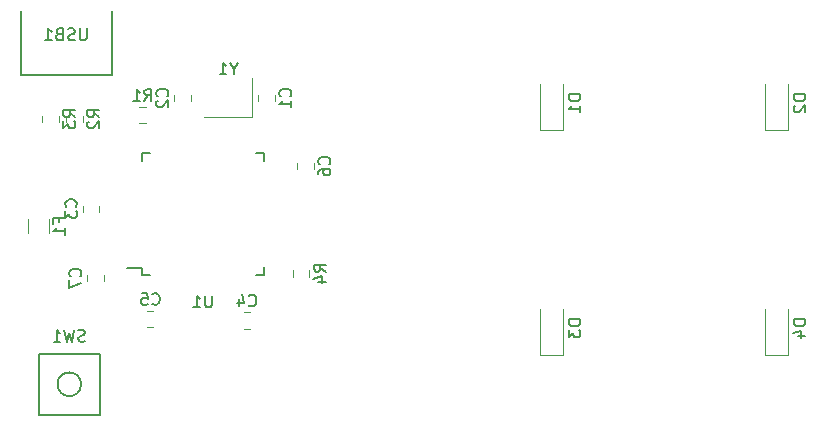
<source format=gbr>
%TF.GenerationSoftware,KiCad,Pcbnew,(5.1.6)-1*%
%TF.CreationDate,2020-08-29T20:45:41-05:00*%
%TF.ProjectId,je03-pcb-guide,6a653033-2d70-4636-922d-67756964652e,rev?*%
%TF.SameCoordinates,Original*%
%TF.FileFunction,Legend,Bot*%
%TF.FilePolarity,Positive*%
%FSLAX46Y46*%
G04 Gerber Fmt 4.6, Leading zero omitted, Abs format (unit mm)*
G04 Created by KiCad (PCBNEW (5.1.6)-1) date 2020-08-29 20:45:41*
%MOMM*%
%LPD*%
G01*
G04 APERTURE LIST*
%ADD10C,0.120000*%
%ADD11C,0.150000*%
G04 APERTURE END LIST*
D10*
%TO.C,Y1*%
X79395250Y-86812750D02*
X79395250Y-90112750D01*
X79395250Y-90112750D02*
X75395250Y-90112750D01*
D11*
%TO.C,USB1*%
X59828000Y-86548000D02*
X67528000Y-86548000D01*
X67528000Y-81098000D02*
X67528000Y-86548000D01*
X59828000Y-81098000D02*
X59828000Y-86548000D01*
%TO.C,U1*%
X70087500Y-103473000D02*
X70087500Y-102898000D01*
X80437500Y-103473000D02*
X80437500Y-102798000D01*
X80437500Y-93123000D02*
X80437500Y-93798000D01*
X70087500Y-93123000D02*
X70087500Y-93798000D01*
X70087500Y-103473000D02*
X70762500Y-103473000D01*
X70087500Y-93123000D02*
X70762500Y-93123000D01*
X80437500Y-93123000D02*
X79762500Y-93123000D01*
X80437500Y-103473000D02*
X79762500Y-103473000D01*
X70087500Y-102898000D02*
X68812500Y-102898000D01*
%TO.C,SW1*%
X64956000Y-112704000D02*
G75*
G03*
X64956000Y-112704000I-1000000J0D01*
G01*
X61356000Y-110104000D02*
X61356000Y-115304000D01*
X66556000Y-110104000D02*
X61356000Y-110104000D01*
X66556000Y-115304000D02*
X66556000Y-110104000D01*
X61356000Y-115304000D02*
X66556000Y-115304000D01*
D10*
%TO.C,R4*%
X84276000Y-103588078D02*
X84276000Y-103070922D01*
X82856000Y-103588078D02*
X82856000Y-103070922D01*
%TO.C,R3*%
X63067000Y-90507078D02*
X63067000Y-89989922D01*
X61647000Y-90507078D02*
X61647000Y-89989922D01*
%TO.C,R2*%
X65099000Y-90507078D02*
X65099000Y-89989922D01*
X63679000Y-90507078D02*
X63679000Y-89989922D01*
%TO.C,R1*%
X70411078Y-89206000D02*
X69893922Y-89206000D01*
X70411078Y-90626000D02*
X69893922Y-90626000D01*
%TO.C,F1*%
X62251000Y-99919064D02*
X62251000Y-98714936D01*
X60431000Y-99919064D02*
X60431000Y-98714936D01*
%TO.C,D4*%
X124825000Y-110200000D02*
X122825000Y-110200000D01*
X122825000Y-110200000D02*
X122825000Y-106300000D01*
X124825000Y-110200000D02*
X124825000Y-106300000D01*
%TO.C,D3*%
X105775000Y-110200000D02*
X103775000Y-110200000D01*
X103775000Y-110200000D02*
X103775000Y-106300000D01*
X105775000Y-110200000D02*
X105775000Y-106300000D01*
%TO.C,D2*%
X124825000Y-91150000D02*
X122825000Y-91150000D01*
X122825000Y-91150000D02*
X122825000Y-87250000D01*
X124825000Y-91150000D02*
X124825000Y-87250000D01*
%TO.C,D1*%
X105775000Y-91150000D02*
X103775000Y-91150000D01*
X103775000Y-91150000D02*
X103775000Y-87250000D01*
X105775000Y-91150000D02*
X105775000Y-87250000D01*
%TO.C,C7*%
X65457000Y-103451922D02*
X65457000Y-103969078D01*
X66877000Y-103451922D02*
X66877000Y-103969078D01*
%TO.C,C6*%
X84657000Y-94492578D02*
X84657000Y-93975422D01*
X83237000Y-94492578D02*
X83237000Y-93975422D01*
%TO.C,C5*%
X71076078Y-106478000D02*
X70558922Y-106478000D01*
X71076078Y-107898000D02*
X70558922Y-107898000D01*
%TO.C,C4*%
X79252578Y-106605000D02*
X78735422Y-106605000D01*
X79252578Y-108025000D02*
X78735422Y-108025000D01*
%TO.C,C3*%
X65076000Y-97579922D02*
X65076000Y-98097078D01*
X66496000Y-97579922D02*
X66496000Y-98097078D01*
%TO.C,C2*%
X72823000Y-88211922D02*
X72823000Y-88729078D01*
X74243000Y-88211922D02*
X74243000Y-88729078D01*
%TO.C,C1*%
X81355000Y-88729078D02*
X81355000Y-88211922D01*
X79935000Y-88729078D02*
X79935000Y-88211922D01*
%TO.C,Y1*%
D11*
X77871440Y-85988940D02*
X77871440Y-86465130D01*
X78204773Y-85465130D02*
X77871440Y-85988940D01*
X77538107Y-85465130D01*
X76680964Y-86465130D02*
X77252392Y-86465130D01*
X76966678Y-86465130D02*
X76966678Y-85465130D01*
X77061916Y-85607988D01*
X77157154Y-85703226D01*
X77252392Y-85750845D01*
%TO.C,USB1*%
X65416095Y-82582380D02*
X65416095Y-83391904D01*
X65368476Y-83487142D01*
X65320857Y-83534761D01*
X65225619Y-83582380D01*
X65035142Y-83582380D01*
X64939904Y-83534761D01*
X64892285Y-83487142D01*
X64844666Y-83391904D01*
X64844666Y-82582380D01*
X64416095Y-83534761D02*
X64273238Y-83582380D01*
X64035142Y-83582380D01*
X63939904Y-83534761D01*
X63892285Y-83487142D01*
X63844666Y-83391904D01*
X63844666Y-83296666D01*
X63892285Y-83201428D01*
X63939904Y-83153809D01*
X64035142Y-83106190D01*
X64225619Y-83058571D01*
X64320857Y-83010952D01*
X64368476Y-82963333D01*
X64416095Y-82868095D01*
X64416095Y-82772857D01*
X64368476Y-82677619D01*
X64320857Y-82630000D01*
X64225619Y-82582380D01*
X63987523Y-82582380D01*
X63844666Y-82630000D01*
X63082761Y-83058571D02*
X62939904Y-83106190D01*
X62892285Y-83153809D01*
X62844666Y-83249047D01*
X62844666Y-83391904D01*
X62892285Y-83487142D01*
X62939904Y-83534761D01*
X63035142Y-83582380D01*
X63416095Y-83582380D01*
X63416095Y-82582380D01*
X63082761Y-82582380D01*
X62987523Y-82630000D01*
X62939904Y-82677619D01*
X62892285Y-82772857D01*
X62892285Y-82868095D01*
X62939904Y-82963333D01*
X62987523Y-83010952D01*
X63082761Y-83058571D01*
X63416095Y-83058571D01*
X61892285Y-83582380D02*
X62463714Y-83582380D01*
X62178000Y-83582380D02*
X62178000Y-82582380D01*
X62273238Y-82725238D01*
X62368476Y-82820476D01*
X62463714Y-82868095D01*
%TO.C,U1*%
X76024404Y-105200380D02*
X76024404Y-106009904D01*
X75976785Y-106105142D01*
X75929166Y-106152761D01*
X75833928Y-106200380D01*
X75643452Y-106200380D01*
X75548214Y-106152761D01*
X75500595Y-106105142D01*
X75452976Y-106009904D01*
X75452976Y-105200380D01*
X74452976Y-106200380D02*
X75024404Y-106200380D01*
X74738690Y-106200380D02*
X74738690Y-105200380D01*
X74833928Y-105343238D01*
X74929166Y-105438476D01*
X75024404Y-105486095D01*
%TO.C,SW1*%
X65289333Y-109044761D02*
X65146476Y-109092380D01*
X64908380Y-109092380D01*
X64813142Y-109044761D01*
X64765523Y-108997142D01*
X64717904Y-108901904D01*
X64717904Y-108806666D01*
X64765523Y-108711428D01*
X64813142Y-108663809D01*
X64908380Y-108616190D01*
X65098857Y-108568571D01*
X65194095Y-108520952D01*
X65241714Y-108473333D01*
X65289333Y-108378095D01*
X65289333Y-108282857D01*
X65241714Y-108187619D01*
X65194095Y-108140000D01*
X65098857Y-108092380D01*
X64860761Y-108092380D01*
X64717904Y-108140000D01*
X64384571Y-108092380D02*
X64146476Y-109092380D01*
X63956000Y-108378095D01*
X63765523Y-109092380D01*
X63527428Y-108092380D01*
X62622666Y-109092380D02*
X63194095Y-109092380D01*
X62908380Y-109092380D02*
X62908380Y-108092380D01*
X63003619Y-108235238D01*
X63098857Y-108330476D01*
X63194095Y-108378095D01*
%TO.C,R4*%
X85668380Y-103162833D02*
X85192190Y-102829500D01*
X85668380Y-102591404D02*
X84668380Y-102591404D01*
X84668380Y-102972357D01*
X84716000Y-103067595D01*
X84763619Y-103115214D01*
X84858857Y-103162833D01*
X85001714Y-103162833D01*
X85096952Y-103115214D01*
X85144571Y-103067595D01*
X85192190Y-102972357D01*
X85192190Y-102591404D01*
X85001714Y-104019976D02*
X85668380Y-104019976D01*
X84620761Y-103781880D02*
X85335047Y-103543785D01*
X85335047Y-104162833D01*
%TO.C,R3*%
X64459380Y-90081833D02*
X63983190Y-89748500D01*
X64459380Y-89510404D02*
X63459380Y-89510404D01*
X63459380Y-89891357D01*
X63507000Y-89986595D01*
X63554619Y-90034214D01*
X63649857Y-90081833D01*
X63792714Y-90081833D01*
X63887952Y-90034214D01*
X63935571Y-89986595D01*
X63983190Y-89891357D01*
X63983190Y-89510404D01*
X63459380Y-90415166D02*
X63459380Y-91034214D01*
X63840333Y-90700880D01*
X63840333Y-90843738D01*
X63887952Y-90938976D01*
X63935571Y-90986595D01*
X64030809Y-91034214D01*
X64268904Y-91034214D01*
X64364142Y-90986595D01*
X64411761Y-90938976D01*
X64459380Y-90843738D01*
X64459380Y-90558023D01*
X64411761Y-90462785D01*
X64364142Y-90415166D01*
%TO.C,R2*%
X66491380Y-90081833D02*
X66015190Y-89748500D01*
X66491380Y-89510404D02*
X65491380Y-89510404D01*
X65491380Y-89891357D01*
X65539000Y-89986595D01*
X65586619Y-90034214D01*
X65681857Y-90081833D01*
X65824714Y-90081833D01*
X65919952Y-90034214D01*
X65967571Y-89986595D01*
X66015190Y-89891357D01*
X66015190Y-89510404D01*
X65586619Y-90462785D02*
X65539000Y-90510404D01*
X65491380Y-90605642D01*
X65491380Y-90843738D01*
X65539000Y-90938976D01*
X65586619Y-90986595D01*
X65681857Y-91034214D01*
X65777095Y-91034214D01*
X65919952Y-90986595D01*
X66491380Y-90415166D01*
X66491380Y-91034214D01*
%TO.C,R1*%
X70319166Y-88718380D02*
X70652500Y-88242190D01*
X70890595Y-88718380D02*
X70890595Y-87718380D01*
X70509642Y-87718380D01*
X70414404Y-87766000D01*
X70366785Y-87813619D01*
X70319166Y-87908857D01*
X70319166Y-88051714D01*
X70366785Y-88146952D01*
X70414404Y-88194571D01*
X70509642Y-88242190D01*
X70890595Y-88242190D01*
X69366785Y-88718380D02*
X69938214Y-88718380D01*
X69652500Y-88718380D02*
X69652500Y-87718380D01*
X69747738Y-87861238D01*
X69842976Y-87956476D01*
X69938214Y-88004095D01*
%TO.C,F1*%
X63089571Y-98983666D02*
X63089571Y-98650333D01*
X63613380Y-98650333D02*
X62613380Y-98650333D01*
X62613380Y-99126523D01*
X63613380Y-100031285D02*
X63613380Y-99459857D01*
X63613380Y-99745571D02*
X62613380Y-99745571D01*
X62756238Y-99650333D01*
X62851476Y-99555095D01*
X62899095Y-99459857D01*
%TO.C,D4*%
X126277380Y-107211904D02*
X125277380Y-107211904D01*
X125277380Y-107450000D01*
X125325000Y-107592857D01*
X125420238Y-107688095D01*
X125515476Y-107735714D01*
X125705952Y-107783333D01*
X125848809Y-107783333D01*
X126039285Y-107735714D01*
X126134523Y-107688095D01*
X126229761Y-107592857D01*
X126277380Y-107450000D01*
X126277380Y-107211904D01*
X125610714Y-108640476D02*
X126277380Y-108640476D01*
X125229761Y-108402380D02*
X125944047Y-108164285D01*
X125944047Y-108783333D01*
%TO.C,D3*%
X107227380Y-107211904D02*
X106227380Y-107211904D01*
X106227380Y-107450000D01*
X106275000Y-107592857D01*
X106370238Y-107688095D01*
X106465476Y-107735714D01*
X106655952Y-107783333D01*
X106798809Y-107783333D01*
X106989285Y-107735714D01*
X107084523Y-107688095D01*
X107179761Y-107592857D01*
X107227380Y-107450000D01*
X107227380Y-107211904D01*
X106227380Y-108116666D02*
X106227380Y-108735714D01*
X106608333Y-108402380D01*
X106608333Y-108545238D01*
X106655952Y-108640476D01*
X106703571Y-108688095D01*
X106798809Y-108735714D01*
X107036904Y-108735714D01*
X107132142Y-108688095D01*
X107179761Y-108640476D01*
X107227380Y-108545238D01*
X107227380Y-108259523D01*
X107179761Y-108164285D01*
X107132142Y-108116666D01*
%TO.C,D2*%
X126277380Y-88161904D02*
X125277380Y-88161904D01*
X125277380Y-88400000D01*
X125325000Y-88542857D01*
X125420238Y-88638095D01*
X125515476Y-88685714D01*
X125705952Y-88733333D01*
X125848809Y-88733333D01*
X126039285Y-88685714D01*
X126134523Y-88638095D01*
X126229761Y-88542857D01*
X126277380Y-88400000D01*
X126277380Y-88161904D01*
X125372619Y-89114285D02*
X125325000Y-89161904D01*
X125277380Y-89257142D01*
X125277380Y-89495238D01*
X125325000Y-89590476D01*
X125372619Y-89638095D01*
X125467857Y-89685714D01*
X125563095Y-89685714D01*
X125705952Y-89638095D01*
X126277380Y-89066666D01*
X126277380Y-89685714D01*
%TO.C,D1*%
X107227380Y-88161904D02*
X106227380Y-88161904D01*
X106227380Y-88400000D01*
X106275000Y-88542857D01*
X106370238Y-88638095D01*
X106465476Y-88685714D01*
X106655952Y-88733333D01*
X106798809Y-88733333D01*
X106989285Y-88685714D01*
X107084523Y-88638095D01*
X107179761Y-88542857D01*
X107227380Y-88400000D01*
X107227380Y-88161904D01*
X107227380Y-89685714D02*
X107227380Y-89114285D01*
X107227380Y-89400000D02*
X106227380Y-89400000D01*
X106370238Y-89304761D01*
X106465476Y-89209523D01*
X106513095Y-89114285D01*
%TO.C,C7*%
X64874142Y-103543833D02*
X64921761Y-103496214D01*
X64969380Y-103353357D01*
X64969380Y-103258119D01*
X64921761Y-103115261D01*
X64826523Y-103020023D01*
X64731285Y-102972404D01*
X64540809Y-102924785D01*
X64397952Y-102924785D01*
X64207476Y-102972404D01*
X64112238Y-103020023D01*
X64017000Y-103115261D01*
X63969380Y-103258119D01*
X63969380Y-103353357D01*
X64017000Y-103496214D01*
X64064619Y-103543833D01*
X63969380Y-103877166D02*
X63969380Y-104543833D01*
X64969380Y-104115261D01*
%TO.C,C6*%
X85954142Y-94067333D02*
X86001761Y-94019714D01*
X86049380Y-93876857D01*
X86049380Y-93781619D01*
X86001761Y-93638761D01*
X85906523Y-93543523D01*
X85811285Y-93495904D01*
X85620809Y-93448285D01*
X85477952Y-93448285D01*
X85287476Y-93495904D01*
X85192238Y-93543523D01*
X85097000Y-93638761D01*
X85049380Y-93781619D01*
X85049380Y-93876857D01*
X85097000Y-94019714D01*
X85144619Y-94067333D01*
X85049380Y-94924476D02*
X85049380Y-94734000D01*
X85097000Y-94638761D01*
X85144619Y-94591142D01*
X85287476Y-94495904D01*
X85477952Y-94448285D01*
X85858904Y-94448285D01*
X85954142Y-94495904D01*
X86001761Y-94543523D01*
X86049380Y-94638761D01*
X86049380Y-94829238D01*
X86001761Y-94924476D01*
X85954142Y-94972095D01*
X85858904Y-95019714D01*
X85620809Y-95019714D01*
X85525571Y-94972095D01*
X85477952Y-94924476D01*
X85430333Y-94829238D01*
X85430333Y-94638761D01*
X85477952Y-94543523D01*
X85525571Y-94495904D01*
X85620809Y-94448285D01*
%TO.C,C5*%
X70984166Y-105895142D02*
X71031785Y-105942761D01*
X71174642Y-105990380D01*
X71269880Y-105990380D01*
X71412738Y-105942761D01*
X71507976Y-105847523D01*
X71555595Y-105752285D01*
X71603214Y-105561809D01*
X71603214Y-105418952D01*
X71555595Y-105228476D01*
X71507976Y-105133238D01*
X71412738Y-105038000D01*
X71269880Y-104990380D01*
X71174642Y-104990380D01*
X71031785Y-105038000D01*
X70984166Y-105085619D01*
X70079404Y-104990380D02*
X70555595Y-104990380D01*
X70603214Y-105466571D01*
X70555595Y-105418952D01*
X70460357Y-105371333D01*
X70222261Y-105371333D01*
X70127023Y-105418952D01*
X70079404Y-105466571D01*
X70031785Y-105561809D01*
X70031785Y-105799904D01*
X70079404Y-105895142D01*
X70127023Y-105942761D01*
X70222261Y-105990380D01*
X70460357Y-105990380D01*
X70555595Y-105942761D01*
X70603214Y-105895142D01*
%TO.C,C4*%
X79160666Y-106022142D02*
X79208285Y-106069761D01*
X79351142Y-106117380D01*
X79446380Y-106117380D01*
X79589238Y-106069761D01*
X79684476Y-105974523D01*
X79732095Y-105879285D01*
X79779714Y-105688809D01*
X79779714Y-105545952D01*
X79732095Y-105355476D01*
X79684476Y-105260238D01*
X79589238Y-105165000D01*
X79446380Y-105117380D01*
X79351142Y-105117380D01*
X79208285Y-105165000D01*
X79160666Y-105212619D01*
X78303523Y-105450714D02*
X78303523Y-106117380D01*
X78541619Y-105069761D02*
X78779714Y-105784047D01*
X78160666Y-105784047D01*
%TO.C,C3*%
X64493142Y-97671833D02*
X64540761Y-97624214D01*
X64588380Y-97481357D01*
X64588380Y-97386119D01*
X64540761Y-97243261D01*
X64445523Y-97148023D01*
X64350285Y-97100404D01*
X64159809Y-97052785D01*
X64016952Y-97052785D01*
X63826476Y-97100404D01*
X63731238Y-97148023D01*
X63636000Y-97243261D01*
X63588380Y-97386119D01*
X63588380Y-97481357D01*
X63636000Y-97624214D01*
X63683619Y-97671833D01*
X63588380Y-98005166D02*
X63588380Y-98624214D01*
X63969333Y-98290880D01*
X63969333Y-98433738D01*
X64016952Y-98528976D01*
X64064571Y-98576595D01*
X64159809Y-98624214D01*
X64397904Y-98624214D01*
X64493142Y-98576595D01*
X64540761Y-98528976D01*
X64588380Y-98433738D01*
X64588380Y-98148023D01*
X64540761Y-98052785D01*
X64493142Y-98005166D01*
%TO.C,C2*%
X72240142Y-88303833D02*
X72287761Y-88256214D01*
X72335380Y-88113357D01*
X72335380Y-88018119D01*
X72287761Y-87875261D01*
X72192523Y-87780023D01*
X72097285Y-87732404D01*
X71906809Y-87684785D01*
X71763952Y-87684785D01*
X71573476Y-87732404D01*
X71478238Y-87780023D01*
X71383000Y-87875261D01*
X71335380Y-88018119D01*
X71335380Y-88113357D01*
X71383000Y-88256214D01*
X71430619Y-88303833D01*
X71430619Y-88684785D02*
X71383000Y-88732404D01*
X71335380Y-88827642D01*
X71335380Y-89065738D01*
X71383000Y-89160976D01*
X71430619Y-89208595D01*
X71525857Y-89256214D01*
X71621095Y-89256214D01*
X71763952Y-89208595D01*
X72335380Y-88637166D01*
X72335380Y-89256214D01*
%TO.C,C1*%
X82652142Y-88303833D02*
X82699761Y-88256214D01*
X82747380Y-88113357D01*
X82747380Y-88018119D01*
X82699761Y-87875261D01*
X82604523Y-87780023D01*
X82509285Y-87732404D01*
X82318809Y-87684785D01*
X82175952Y-87684785D01*
X81985476Y-87732404D01*
X81890238Y-87780023D01*
X81795000Y-87875261D01*
X81747380Y-88018119D01*
X81747380Y-88113357D01*
X81795000Y-88256214D01*
X81842619Y-88303833D01*
X82747380Y-89256214D02*
X82747380Y-88684785D01*
X82747380Y-88970500D02*
X81747380Y-88970500D01*
X81890238Y-88875261D01*
X81985476Y-88780023D01*
X82033095Y-88684785D01*
%TD*%
M02*

</source>
